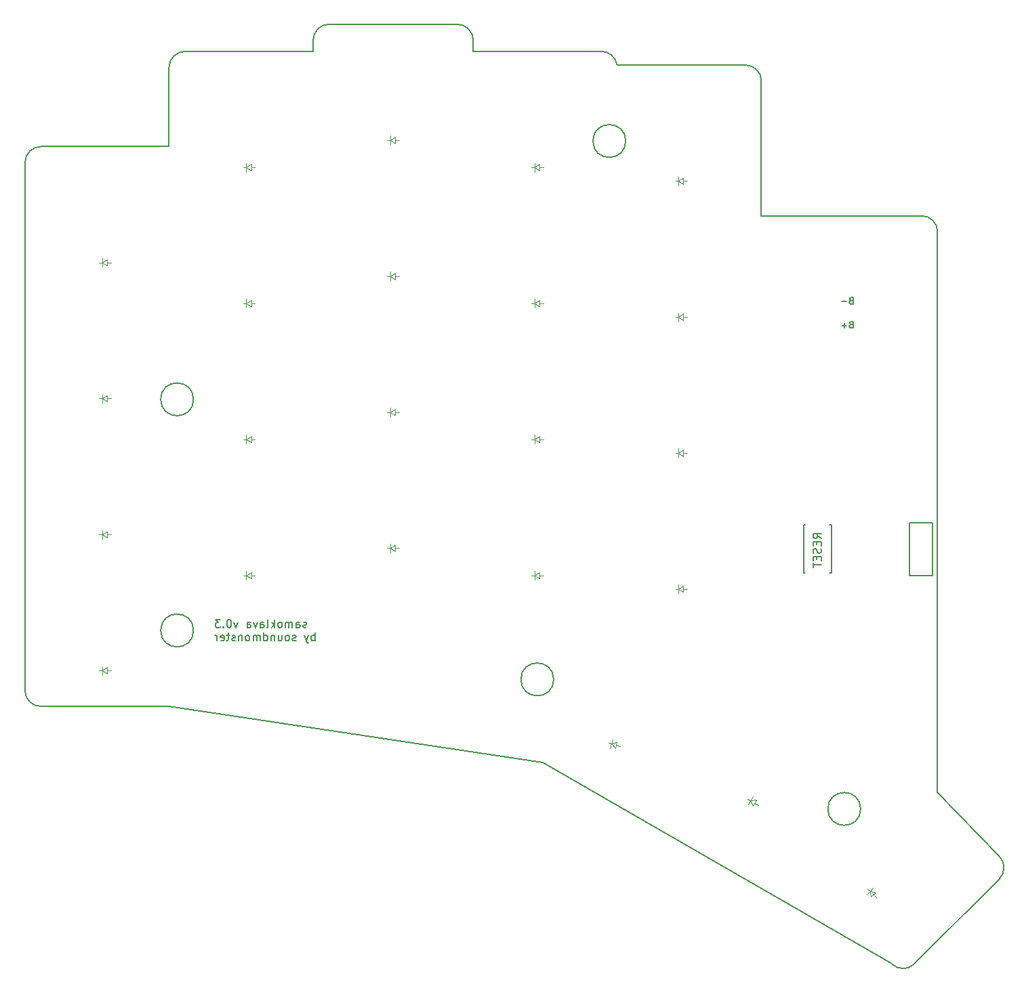
<source format=gbr>
G04 #@! TF.GenerationSoftware,KiCad,Pcbnew,5.1.5+dfsg1-2build2*
G04 #@! TF.CreationDate,2024-05-28T11:23:48+00:00*
G04 #@! TF.ProjectId,board,626f6172-642e-46b6-9963-61645f706362,0.3*
G04 #@! TF.SameCoordinates,Original*
G04 #@! TF.FileFunction,Legend,Bot*
G04 #@! TF.FilePolarity,Positive*
%FSLAX46Y46*%
G04 Gerber Fmt 4.6, Leading zero omitted, Abs format (unit mm)*
G04 Created by KiCad (PCBNEW 5.1.5+dfsg1-2build2) date 2024-05-28 11:23:48*
%MOMM*%
%LPD*%
G04 APERTURE LIST*
%ADD10C,0.150000*%
G04 #@! TA.AperFunction,Profile*
%ADD11C,0.150000*%
G04 #@! TD*
%ADD12C,0.100000*%
G04 APERTURE END LIST*
D10*
X25168928Y420238D02*
X25073690Y372619D01*
X24883214Y372619D01*
X24787976Y420238D01*
X24740357Y515476D01*
X24740357Y563095D01*
X24787976Y658333D01*
X24883214Y705952D01*
X25026071Y705952D01*
X25121309Y753571D01*
X25168928Y848809D01*
X25168928Y896428D01*
X25121309Y991666D01*
X25026071Y1039285D01*
X24883214Y1039285D01*
X24787976Y991666D01*
X23883214Y372619D02*
X23883214Y896428D01*
X23930833Y991666D01*
X24026071Y1039285D01*
X24216547Y1039285D01*
X24311785Y991666D01*
X23883214Y420238D02*
X23978452Y372619D01*
X24216547Y372619D01*
X24311785Y420238D01*
X24359404Y515476D01*
X24359404Y610714D01*
X24311785Y705952D01*
X24216547Y753571D01*
X23978452Y753571D01*
X23883214Y801190D01*
X23407023Y372619D02*
X23407023Y1039285D01*
X23407023Y944047D02*
X23359404Y991666D01*
X23264166Y1039285D01*
X23121309Y1039285D01*
X23026071Y991666D01*
X22978452Y896428D01*
X22978452Y372619D01*
X22978452Y896428D02*
X22930833Y991666D01*
X22835595Y1039285D01*
X22692738Y1039285D01*
X22597500Y991666D01*
X22549880Y896428D01*
X22549880Y372619D01*
X21930833Y372619D02*
X22026071Y420238D01*
X22073690Y467857D01*
X22121309Y563095D01*
X22121309Y848809D01*
X22073690Y944047D01*
X22026071Y991666D01*
X21930833Y1039285D01*
X21787976Y1039285D01*
X21692738Y991666D01*
X21645119Y944047D01*
X21597500Y848809D01*
X21597500Y563095D01*
X21645119Y467857D01*
X21692738Y420238D01*
X21787976Y372619D01*
X21930833Y372619D01*
X21168928Y372619D02*
X21168928Y1372619D01*
X21073690Y753571D02*
X20787976Y372619D01*
X20787976Y1039285D02*
X21168928Y658333D01*
X20216547Y372619D02*
X20311785Y420238D01*
X20359404Y515476D01*
X20359404Y1372619D01*
X19407023Y372619D02*
X19407023Y896428D01*
X19454642Y991666D01*
X19549880Y1039285D01*
X19740357Y1039285D01*
X19835595Y991666D01*
X19407023Y420238D02*
X19502261Y372619D01*
X19740357Y372619D01*
X19835595Y420238D01*
X19883214Y515476D01*
X19883214Y610714D01*
X19835595Y705952D01*
X19740357Y753571D01*
X19502261Y753571D01*
X19407023Y801190D01*
X19026071Y1039285D02*
X18787976Y372619D01*
X18549880Y1039285D01*
X17740357Y372619D02*
X17740357Y896428D01*
X17787976Y991666D01*
X17883214Y1039285D01*
X18073690Y1039285D01*
X18168928Y991666D01*
X17740357Y420238D02*
X17835595Y372619D01*
X18073690Y372619D01*
X18168928Y420238D01*
X18216547Y515476D01*
X18216547Y610714D01*
X18168928Y705952D01*
X18073690Y753571D01*
X17835595Y753571D01*
X17740357Y801190D01*
X16597499Y1039285D02*
X16359404Y372619D01*
X16121309Y1039285D01*
X15549880Y1372619D02*
X15454642Y1372619D01*
X15359404Y1325000D01*
X15311785Y1277380D01*
X15264166Y1182142D01*
X15216547Y991666D01*
X15216547Y753571D01*
X15264166Y563095D01*
X15311785Y467857D01*
X15359404Y420238D01*
X15454642Y372619D01*
X15549880Y372619D01*
X15645119Y420238D01*
X15692738Y467857D01*
X15740357Y563095D01*
X15787976Y753571D01*
X15787976Y991666D01*
X15740357Y1182142D01*
X15692738Y1277380D01*
X15645119Y1325000D01*
X15549880Y1372619D01*
X14787976Y467857D02*
X14740357Y420238D01*
X14787976Y372619D01*
X14835595Y420238D01*
X14787976Y467857D01*
X14787976Y372619D01*
X14407023Y1372619D02*
X13787976Y1372619D01*
X14121309Y991666D01*
X13978452Y991666D01*
X13883214Y944047D01*
X13835595Y896428D01*
X13787976Y801190D01*
X13787976Y563095D01*
X13835595Y467857D01*
X13883214Y420238D01*
X13978452Y372619D01*
X14264166Y372619D01*
X14359404Y420238D01*
X14407023Y467857D01*
X26216547Y-1277380D02*
X26216547Y-277380D01*
X26216547Y-658333D02*
X26121309Y-610714D01*
X25930833Y-610714D01*
X25835595Y-658333D01*
X25787976Y-705952D01*
X25740357Y-801190D01*
X25740357Y-1086904D01*
X25787976Y-1182142D01*
X25835595Y-1229761D01*
X25930833Y-1277380D01*
X26121309Y-1277380D01*
X26216547Y-1229761D01*
X25407023Y-610714D02*
X25168928Y-1277380D01*
X24930833Y-610714D02*
X25168928Y-1277380D01*
X25264166Y-1515476D01*
X25311785Y-1563095D01*
X25407023Y-1610714D01*
X23835595Y-1229761D02*
X23740357Y-1277380D01*
X23549880Y-1277380D01*
X23454642Y-1229761D01*
X23407023Y-1134523D01*
X23407023Y-1086904D01*
X23454642Y-991666D01*
X23549880Y-944047D01*
X23692738Y-944047D01*
X23787976Y-896428D01*
X23835595Y-801190D01*
X23835595Y-753571D01*
X23787976Y-658333D01*
X23692738Y-610714D01*
X23549880Y-610714D01*
X23454642Y-658333D01*
X22835595Y-1277380D02*
X22930833Y-1229761D01*
X22978452Y-1182142D01*
X23026071Y-1086904D01*
X23026071Y-801190D01*
X22978452Y-705952D01*
X22930833Y-658333D01*
X22835595Y-610714D01*
X22692738Y-610714D01*
X22597500Y-658333D01*
X22549880Y-705952D01*
X22502261Y-801190D01*
X22502261Y-1086904D01*
X22549880Y-1182142D01*
X22597500Y-1229761D01*
X22692738Y-1277380D01*
X22835595Y-1277380D01*
X21645119Y-610714D02*
X21645119Y-1277380D01*
X22073690Y-610714D02*
X22073690Y-1134523D01*
X22026071Y-1229761D01*
X21930833Y-1277380D01*
X21787976Y-1277380D01*
X21692738Y-1229761D01*
X21645119Y-1182142D01*
X21168928Y-610714D02*
X21168928Y-1277380D01*
X21168928Y-705952D02*
X21121309Y-658333D01*
X21026071Y-610714D01*
X20883214Y-610714D01*
X20787976Y-658333D01*
X20740357Y-753571D01*
X20740357Y-1277380D01*
X19835595Y-1277380D02*
X19835595Y-277380D01*
X19835595Y-1229761D02*
X19930833Y-1277380D01*
X20121309Y-1277380D01*
X20216547Y-1229761D01*
X20264166Y-1182142D01*
X20311785Y-1086904D01*
X20311785Y-801190D01*
X20264166Y-705952D01*
X20216547Y-658333D01*
X20121309Y-610714D01*
X19930833Y-610714D01*
X19835595Y-658333D01*
X19359404Y-1277380D02*
X19359404Y-610714D01*
X19359404Y-705952D02*
X19311785Y-658333D01*
X19216547Y-610714D01*
X19073690Y-610714D01*
X18978452Y-658333D01*
X18930833Y-753571D01*
X18930833Y-1277380D01*
X18930833Y-753571D02*
X18883214Y-658333D01*
X18787976Y-610714D01*
X18645119Y-610714D01*
X18549880Y-658333D01*
X18502261Y-753571D01*
X18502261Y-1277380D01*
X17883214Y-1277380D02*
X17978452Y-1229761D01*
X18026071Y-1182142D01*
X18073690Y-1086904D01*
X18073690Y-801190D01*
X18026071Y-705952D01*
X17978452Y-658333D01*
X17883214Y-610714D01*
X17740357Y-610714D01*
X17645119Y-658333D01*
X17597500Y-705952D01*
X17549880Y-801190D01*
X17549880Y-1086904D01*
X17597500Y-1182142D01*
X17645119Y-1229761D01*
X17740357Y-1277380D01*
X17883214Y-1277380D01*
X17121309Y-610714D02*
X17121309Y-1277380D01*
X17121309Y-705952D02*
X17073690Y-658333D01*
X16978452Y-610714D01*
X16835595Y-610714D01*
X16740357Y-658333D01*
X16692738Y-753571D01*
X16692738Y-1277380D01*
X16264166Y-1229761D02*
X16168928Y-1277380D01*
X15978452Y-1277380D01*
X15883214Y-1229761D01*
X15835595Y-1134523D01*
X15835595Y-1086904D01*
X15883214Y-991666D01*
X15978452Y-944047D01*
X16121309Y-944047D01*
X16216547Y-896428D01*
X16264166Y-801190D01*
X16264166Y-753571D01*
X16216547Y-658333D01*
X16121309Y-610714D01*
X15978452Y-610714D01*
X15883214Y-658333D01*
X15549880Y-610714D02*
X15168928Y-610714D01*
X15407023Y-277380D02*
X15407023Y-1134523D01*
X15359404Y-1229761D01*
X15264166Y-1277380D01*
X15168928Y-1277380D01*
X14454642Y-1229761D02*
X14549880Y-1277380D01*
X14740357Y-1277380D01*
X14835595Y-1229761D01*
X14883214Y-1134523D01*
X14883214Y-753571D01*
X14835595Y-658333D01*
X14740357Y-610714D01*
X14549880Y-610714D01*
X14454642Y-658333D01*
X14407023Y-753571D01*
X14407023Y-848809D01*
X14883214Y-944047D01*
X13978452Y-1277380D02*
X13978452Y-610714D01*
X13978452Y-801190D02*
X13930833Y-705952D01*
X13883214Y-658333D01*
X13787976Y-610714D01*
X13692738Y-610714D01*
D11*
X-8000000Y-9500000D02*
X8000000Y-9500000D01*
X-10000000Y-7500000D02*
X-10000000Y58500000D01*
X-8000000Y-9500000D02*
G75*
G02X-10000000Y-7500000I0J2000000D01*
G01*
X8000000Y60500000D02*
X-8000000Y60500000D01*
X-10000000Y58500000D02*
G75*
G02X-8000000Y60500000I2000000J0D01*
G01*
X26000000Y72400000D02*
X10000000Y72400000D01*
X8000000Y70400000D02*
G75*
G02X10000000Y72400000I2000000J0D01*
G01*
X8000000Y70400000D02*
X8000000Y60500000D01*
X46000000Y72400000D02*
X46000000Y73800000D01*
X44000000Y75800000D02*
G75*
G02X46000000Y73800000I0J-2000000D01*
G01*
X44000000Y75800000D02*
X28000000Y75800000D01*
X26000000Y73800000D02*
G75*
G02X28000000Y75800000I2000000J0D01*
G01*
X26000000Y73800000D02*
X26000000Y72400000D01*
X62000000Y72400000D02*
G75*
G02X63977391Y70699872I0J-2000000D01*
G01*
X62000000Y72400000D02*
X46000000Y72400000D01*
X82000000Y51850000D02*
X82000000Y68700000D01*
X80000000Y70700000D02*
G75*
G02X82000000Y68700000I0J-2000000D01*
G01*
X80000000Y70700000D02*
X64000000Y70700000D01*
X63977391Y70699872D02*
G75*
G02X64000000Y70700000I22609J-1999872D01*
G01*
X101117258Y-41686664D02*
G75*
G02X98288831Y-41686665I-1414214J1414213D01*
G01*
X101117258Y-41686665D02*
X111723860Y-31080063D01*
X111723859Y-28251637D02*
G75*
G02X111723859Y-31080063I-1414213J-1414213D01*
G01*
X104000000Y-20208734D02*
X111723860Y-28251636D01*
X98288831Y-41686665D02*
X54707107Y-16524745D01*
X54707107Y-16524745D02*
X8000000Y-9500000D01*
X104000000Y-20208734D02*
X104000000Y49850000D01*
X102000000Y51850000D02*
G75*
G02X104000000Y49850000I0J-2000000D01*
G01*
X102000000Y51850000D02*
X82000000Y51850000D01*
X11050000Y28900000D02*
G75*
G03X11050000Y28900000I-2050000J0D01*
G01*
X11050000Y0D02*
G75*
G03X11050000Y0I-2050000J0D01*
G01*
X65050000Y61200000D02*
G75*
G03X65050000Y61200000I-2050000J0D01*
G01*
X56050000Y-6120000D02*
G75*
G03X56050000Y-6120000I-2050000J0D01*
G01*
X94399134Y-22311939D02*
G75*
G03X94399134Y-22311939I-2050000J0D01*
G01*
D12*
G04 #@! TO.C,D1*
X250000Y-5000000D02*
X750000Y-5000000D01*
X250000Y-5400000D02*
X-350000Y-5000000D01*
X250000Y-4600000D02*
X250000Y-5400000D01*
X-350000Y-5000000D02*
X250000Y-4600000D01*
X-350000Y-5000000D02*
X-350000Y-5550000D01*
X-350000Y-5000000D02*
X-350000Y-4450000D01*
X-750000Y-5000000D02*
X-350000Y-5000000D01*
G04 #@! TO.C,D2*
X250000Y12000000D02*
X750000Y12000000D01*
X250000Y11600000D02*
X-350000Y12000000D01*
X250000Y12400000D02*
X250000Y11600000D01*
X-350000Y12000000D02*
X250000Y12400000D01*
X-350000Y12000000D02*
X-350000Y11450000D01*
X-350000Y12000000D02*
X-350000Y12550000D01*
X-750000Y12000000D02*
X-350000Y12000000D01*
G04 #@! TO.C,D3*
X250000Y29000000D02*
X750000Y29000000D01*
X250000Y28600000D02*
X-350000Y29000000D01*
X250000Y29400000D02*
X250000Y28600000D01*
X-350000Y29000000D02*
X250000Y29400000D01*
X-350000Y29000000D02*
X-350000Y28450000D01*
X-350000Y29000000D02*
X-350000Y29550000D01*
X-750000Y29000000D02*
X-350000Y29000000D01*
G04 #@! TO.C,D4*
X250000Y46000000D02*
X750000Y46000000D01*
X250000Y45600000D02*
X-350000Y46000000D01*
X250000Y46400000D02*
X250000Y45600000D01*
X-350000Y46000000D02*
X250000Y46400000D01*
X-350000Y46000000D02*
X-350000Y45450000D01*
X-350000Y46000000D02*
X-350000Y46550000D01*
X-750000Y46000000D02*
X-350000Y46000000D01*
G04 #@! TO.C,D5*
X18250000Y6900000D02*
X18750000Y6900000D01*
X18250000Y6500000D02*
X17650000Y6900000D01*
X18250000Y7300000D02*
X18250000Y6500000D01*
X17650000Y6900000D02*
X18250000Y7300000D01*
X17650000Y6900000D02*
X17650000Y6350000D01*
X17650000Y6900000D02*
X17650000Y7450000D01*
X17250000Y6900000D02*
X17650000Y6900000D01*
G04 #@! TO.C,D6*
X18250000Y23900000D02*
X18750000Y23900000D01*
X18250000Y23500000D02*
X17650000Y23900000D01*
X18250000Y24300000D02*
X18250000Y23500000D01*
X17650000Y23900000D02*
X18250000Y24300000D01*
X17650000Y23900000D02*
X17650000Y23350000D01*
X17650000Y23900000D02*
X17650000Y24450000D01*
X17250000Y23900000D02*
X17650000Y23900000D01*
G04 #@! TO.C,D7*
X18250000Y40900000D02*
X18750000Y40900000D01*
X18250000Y40500000D02*
X17650000Y40900000D01*
X18250000Y41300000D02*
X18250000Y40500000D01*
X17650000Y40900000D02*
X18250000Y41300000D01*
X17650000Y40900000D02*
X17650000Y40350000D01*
X17650000Y40900000D02*
X17650000Y41450000D01*
X17250000Y40900000D02*
X17650000Y40900000D01*
G04 #@! TO.C,D8*
X18250000Y57900000D02*
X18750000Y57900000D01*
X18250000Y57500000D02*
X17650000Y57900000D01*
X18250000Y58300000D02*
X18250000Y57500000D01*
X17650000Y57900000D02*
X18250000Y58300000D01*
X17650000Y57900000D02*
X17650000Y57350000D01*
X17650000Y57900000D02*
X17650000Y58450000D01*
X17250000Y57900000D02*
X17650000Y57900000D01*
G04 #@! TO.C,D9*
X36250000Y10300000D02*
X36750000Y10300000D01*
X36250000Y9900000D02*
X35650000Y10300000D01*
X36250000Y10700000D02*
X36250000Y9900000D01*
X35650000Y10300000D02*
X36250000Y10700000D01*
X35650000Y10300000D02*
X35650000Y9750000D01*
X35650000Y10300000D02*
X35650000Y10850000D01*
X35250000Y10300000D02*
X35650000Y10300000D01*
G04 #@! TO.C,D10*
X36250000Y27300000D02*
X36750000Y27300000D01*
X36250000Y26900000D02*
X35650000Y27300000D01*
X36250000Y27700000D02*
X36250000Y26900000D01*
X35650000Y27300000D02*
X36250000Y27700000D01*
X35650000Y27300000D02*
X35650000Y26750000D01*
X35650000Y27300000D02*
X35650000Y27850000D01*
X35250000Y27300000D02*
X35650000Y27300000D01*
G04 #@! TO.C,D11*
X36250000Y44300000D02*
X36750000Y44300000D01*
X36250000Y43900000D02*
X35650000Y44300000D01*
X36250000Y44700000D02*
X36250000Y43900000D01*
X35650000Y44300000D02*
X36250000Y44700000D01*
X35650000Y44300000D02*
X35650000Y43750000D01*
X35650000Y44300000D02*
X35650000Y44850000D01*
X35250000Y44300000D02*
X35650000Y44300000D01*
G04 #@! TO.C,D12*
X36250000Y61300000D02*
X36750000Y61300000D01*
X36250000Y60900000D02*
X35650000Y61300000D01*
X36250000Y61700000D02*
X36250000Y60900000D01*
X35650000Y61300000D02*
X36250000Y61700000D01*
X35650000Y61300000D02*
X35650000Y60750000D01*
X35650000Y61300000D02*
X35650000Y61850000D01*
X35250000Y61300000D02*
X35650000Y61300000D01*
G04 #@! TO.C,D13*
X54250000Y6900000D02*
X54750000Y6900000D01*
X54250000Y6500000D02*
X53650000Y6900000D01*
X54250000Y7300000D02*
X54250000Y6500000D01*
X53650000Y6900000D02*
X54250000Y7300000D01*
X53650000Y6900000D02*
X53650000Y6350000D01*
X53650000Y6900000D02*
X53650000Y7450000D01*
X53250000Y6900000D02*
X53650000Y6900000D01*
G04 #@! TO.C,D14*
X54250000Y23900000D02*
X54750000Y23900000D01*
X54250000Y23500000D02*
X53650000Y23900000D01*
X54250000Y24300000D02*
X54250000Y23500000D01*
X53650000Y23900000D02*
X54250000Y24300000D01*
X53650000Y23900000D02*
X53650000Y23350000D01*
X53650000Y23900000D02*
X53650000Y24450000D01*
X53250000Y23900000D02*
X53650000Y23900000D01*
G04 #@! TO.C,D15*
X54250000Y40900000D02*
X54750000Y40900000D01*
X54250000Y40500000D02*
X53650000Y40900000D01*
X54250000Y41300000D02*
X54250000Y40500000D01*
X53650000Y40900000D02*
X54250000Y41300000D01*
X53650000Y40900000D02*
X53650000Y40350000D01*
X53650000Y40900000D02*
X53650000Y41450000D01*
X53250000Y40900000D02*
X53650000Y40900000D01*
G04 #@! TO.C,D16*
X54250000Y57900000D02*
X54750000Y57900000D01*
X54250000Y57500000D02*
X53650000Y57900000D01*
X54250000Y58300000D02*
X54250000Y57500000D01*
X53650000Y57900000D02*
X54250000Y58300000D01*
X53650000Y57900000D02*
X53650000Y57350000D01*
X53650000Y57900000D02*
X53650000Y58450000D01*
X53250000Y57900000D02*
X53650000Y57900000D01*
G04 #@! TO.C,D17*
X72250000Y5200000D02*
X72750000Y5200000D01*
X72250000Y4800000D02*
X71650000Y5200000D01*
X72250000Y5600000D02*
X72250000Y4800000D01*
X71650000Y5200000D02*
X72250000Y5600000D01*
X71650000Y5200000D02*
X71650000Y4650000D01*
X71650000Y5200000D02*
X71650000Y5750000D01*
X71250000Y5200000D02*
X71650000Y5200000D01*
G04 #@! TO.C,D18*
X72250000Y22200000D02*
X72750000Y22200000D01*
X72250000Y21800000D02*
X71650000Y22200000D01*
X72250000Y22600000D02*
X72250000Y21800000D01*
X71650000Y22200000D02*
X72250000Y22600000D01*
X71650000Y22200000D02*
X71650000Y21650000D01*
X71650000Y22200000D02*
X71650000Y22750000D01*
X71250000Y22200000D02*
X71650000Y22200000D01*
G04 #@! TO.C,D19*
X72250000Y39200000D02*
X72750000Y39200000D01*
X72250000Y38800000D02*
X71650000Y39200000D01*
X72250000Y39600000D02*
X72250000Y38800000D01*
X71650000Y39200000D02*
X72250000Y39600000D01*
X71650000Y39200000D02*
X71650000Y38650000D01*
X71650000Y39200000D02*
X71650000Y39750000D01*
X71250000Y39200000D02*
X71650000Y39200000D01*
G04 #@! TO.C,D20*
X72250000Y56200000D02*
X72750000Y56200000D01*
X72250000Y55800000D02*
X71650000Y56200000D01*
X72250000Y56600000D02*
X72250000Y55800000D01*
X71650000Y56200000D02*
X72250000Y56600000D01*
X71650000Y56200000D02*
X71650000Y55650000D01*
X71650000Y56200000D02*
X71650000Y56750000D01*
X71250000Y56200000D02*
X71650000Y56200000D01*
G04 #@! TO.C,D21*
X63840681Y-14313305D02*
X64323644Y-14442714D01*
X63737154Y-14699675D02*
X63261126Y-14158013D01*
X63944209Y-13926934D02*
X63737154Y-14699675D01*
X63261126Y-14158013D02*
X63944209Y-13926934D01*
X63261126Y-14158013D02*
X63118775Y-14689273D01*
X63261126Y-14158013D02*
X63403476Y-13626754D01*
X62874756Y-14054486D02*
X63261126Y-14158013D01*
G04 #@! TO.C,D22*
X81147406Y-21552700D02*
X81580419Y-21802700D01*
X80947406Y-21899110D02*
X80627791Y-21252700D01*
X81347406Y-21206290D02*
X80947406Y-21899110D01*
X80627791Y-21252700D02*
X81347406Y-21206290D01*
X80627791Y-21252700D02*
X80352791Y-21729014D01*
X80627791Y-21252700D02*
X80902791Y-20776386D01*
X80281381Y-21052700D02*
X80627791Y-21252700D01*
G04 #@! TO.C,D23*
X95990777Y-33024577D02*
X96344330Y-33378130D01*
X95707934Y-33307419D02*
X95566513Y-32600313D01*
X96273619Y-32741734D02*
X95707934Y-33307419D01*
X95566513Y-32600313D02*
X96273619Y-32741734D01*
X95566513Y-32600313D02*
X95177604Y-32989221D01*
X95566513Y-32600313D02*
X95955421Y-32211404D01*
X95283670Y-32317470D02*
X95566513Y-32600313D01*
D10*
G04 #@! TO.C,T2*
X103350000Y8250000D02*
X103350000Y12150000D01*
X103350000Y10200000D02*
X103350000Y13500000D01*
X103350000Y13500000D02*
X100500000Y13500000D01*
X100500000Y13500000D02*
X100500000Y6900000D01*
X100500000Y6900000D02*
X103350000Y6900000D01*
X103350000Y10200000D02*
X103350000Y6900000D01*
G04 #@! TO.C,B1*
X87500000Y7200000D02*
X87250000Y7200000D01*
X87250000Y7200000D02*
X87250000Y13200000D01*
X87250000Y13200000D02*
X87500000Y13200000D01*
X90500000Y13200000D02*
X90750000Y13200000D01*
X90750000Y13200000D02*
X90750000Y7200000D01*
X90750000Y7200000D02*
X90500000Y7200000D01*
G04 #@! TD*
G04 #@! TO.C,PAD1*
X93188095Y38257142D02*
X93073809Y38219047D01*
X93035714Y38180952D01*
X92997619Y38104761D01*
X92997619Y37990476D01*
X93035714Y37914285D01*
X93073809Y37876190D01*
X93150000Y37838095D01*
X93454761Y37838095D01*
X93454761Y38638095D01*
X93188095Y38638095D01*
X93111904Y38600000D01*
X93073809Y38561904D01*
X93035714Y38485714D01*
X93035714Y38409523D01*
X93073809Y38333333D01*
X93111904Y38295238D01*
X93188095Y38257142D01*
X93454761Y38257142D01*
X92654761Y38142857D02*
X92045238Y38142857D01*
X92350000Y37838095D02*
X92350000Y38447619D01*
G04 #@! TO.C,PAD2*
X93188095Y41257142D02*
X93073809Y41219047D01*
X93035714Y41180952D01*
X92997619Y41104761D01*
X92997619Y40990476D01*
X93035714Y40914285D01*
X93073809Y40876190D01*
X93150000Y40838095D01*
X93454761Y40838095D01*
X93454761Y41638095D01*
X93188095Y41638095D01*
X93111904Y41600000D01*
X93073809Y41561904D01*
X93035714Y41485714D01*
X93035714Y41409523D01*
X93073809Y41333333D01*
X93111904Y41295238D01*
X93188095Y41257142D01*
X93454761Y41257142D01*
X92654761Y41142857D02*
X92045238Y41142857D01*
G04 #@! TO.C,B1*
X89452380Y11525380D02*
X88976190Y11858714D01*
X89452380Y12096809D02*
X88452380Y12096809D01*
X88452380Y11715857D01*
X88500000Y11620619D01*
X88547619Y11573000D01*
X88642857Y11525380D01*
X88785714Y11525380D01*
X88880952Y11573000D01*
X88928571Y11620619D01*
X88976190Y11715857D01*
X88976190Y12096809D01*
X88928571Y11096809D02*
X88928571Y10763476D01*
X89452380Y10620619D02*
X89452380Y11096809D01*
X88452380Y11096809D01*
X88452380Y10620619D01*
X89404761Y10239666D02*
X89452380Y10096809D01*
X89452380Y9858714D01*
X89404761Y9763476D01*
X89357142Y9715857D01*
X89261904Y9668238D01*
X89166666Y9668238D01*
X89071428Y9715857D01*
X89023809Y9763476D01*
X88976190Y9858714D01*
X88928571Y10049190D01*
X88880952Y10144428D01*
X88833333Y10192047D01*
X88738095Y10239666D01*
X88642857Y10239666D01*
X88547619Y10192047D01*
X88500000Y10144428D01*
X88452380Y10049190D01*
X88452380Y9811095D01*
X88500000Y9668238D01*
X88928571Y9239666D02*
X88928571Y8906333D01*
X89452380Y8763476D02*
X89452380Y9239666D01*
X88452380Y9239666D01*
X88452380Y8763476D01*
X88452380Y8477761D02*
X88452380Y7906333D01*
X89452380Y8192047D02*
X88452380Y8192047D01*
G04 #@! TD*
M02*

</source>
